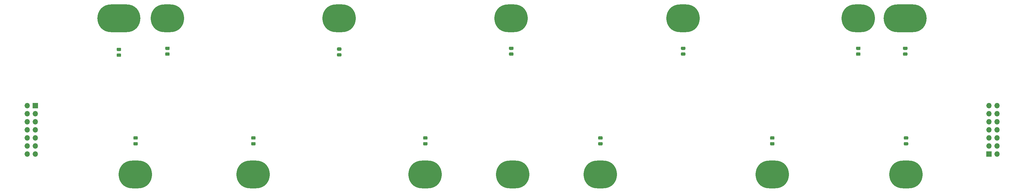
<source format=gbr>
%TF.GenerationSoftware,KiCad,Pcbnew,(5.1.9-0-10_14)*%
%TF.CreationDate,2022-08-31T22:56:09-04:00*%
%TF.ProjectId,47AhFoMoCo,34374168-466f-44d6-9f43-6f2e6b696361,rev?*%
%TF.SameCoordinates,Original*%
%TF.FileFunction,Soldermask,Bot*%
%TF.FilePolarity,Negative*%
%FSLAX46Y46*%
G04 Gerber Fmt 4.6, Leading zero omitted, Abs format (unit mm)*
G04 Created by KiCad (PCBNEW (5.1.9-0-10_14)) date 2022-08-31 22:56:09*
%MOMM*%
%LPD*%
G01*
G04 APERTURE LIST*
%ADD10R,1.700000X1.700000*%
%ADD11O,1.700000X1.700000*%
%ADD12O,10.500000X8.750000*%
%ADD13O,13.500000X8.750000*%
G04 APERTURE END LIST*
%TO.C,R2*%
G36*
G01*
X75299998Y-120900000D02*
X76200002Y-120900000D01*
G75*
G02*
X76450000Y-121149998I0J-249998D01*
G01*
X76450000Y-121675002D01*
G75*
G02*
X76200002Y-121925000I-249998J0D01*
G01*
X75299998Y-121925000D01*
G75*
G02*
X75050000Y-121675002I0J249998D01*
G01*
X75050000Y-121149998D01*
G75*
G02*
X75299998Y-120900000I249998J0D01*
G01*
G37*
G36*
G01*
X75299998Y-119075000D02*
X76200002Y-119075000D01*
G75*
G02*
X76450000Y-119324998I0J-249998D01*
G01*
X76450000Y-119850002D01*
G75*
G02*
X76200002Y-120100000I-249998J0D01*
G01*
X75299998Y-120100000D01*
G75*
G02*
X75050000Y-119850002I0J249998D01*
G01*
X75050000Y-119324998D01*
G75*
G02*
X75299998Y-119075000I249998J0D01*
G01*
G37*
%TD*%
%TO.C,R1*%
G36*
G01*
X70950002Y-94012500D02*
X70049998Y-94012500D01*
G75*
G02*
X69800000Y-93762502I0J249998D01*
G01*
X69800000Y-93237498D01*
G75*
G02*
X70049998Y-92987500I249998J0D01*
G01*
X70950002Y-92987500D01*
G75*
G02*
X71200000Y-93237498I0J-249998D01*
G01*
X71200000Y-93762502D01*
G75*
G02*
X70950002Y-94012500I-249998J0D01*
G01*
G37*
G36*
G01*
X70950002Y-92187500D02*
X70049998Y-92187500D01*
G75*
G02*
X69800000Y-91937502I0J249998D01*
G01*
X69800000Y-91412498D01*
G75*
G02*
X70049998Y-91162500I249998J0D01*
G01*
X70950002Y-91162500D01*
G75*
G02*
X71200000Y-91412498I0J-249998D01*
G01*
X71200000Y-91937502D01*
G75*
G02*
X70950002Y-92187500I-249998J0D01*
G01*
G37*
%TD*%
%TO.C,R3*%
G36*
G01*
X86200002Y-93675000D02*
X85299998Y-93675000D01*
G75*
G02*
X85050000Y-93425002I0J249998D01*
G01*
X85050000Y-92899998D01*
G75*
G02*
X85299998Y-92650000I249998J0D01*
G01*
X86200002Y-92650000D01*
G75*
G02*
X86450000Y-92899998I0J-249998D01*
G01*
X86450000Y-93425002D01*
G75*
G02*
X86200002Y-93675000I-249998J0D01*
G01*
G37*
G36*
G01*
X86200002Y-91850000D02*
X85299998Y-91850000D01*
G75*
G02*
X85050000Y-91600002I0J249998D01*
G01*
X85050000Y-91074998D01*
G75*
G02*
X85299998Y-90825000I249998J0D01*
G01*
X86200002Y-90825000D01*
G75*
G02*
X86450000Y-91074998I0J-249998D01*
G01*
X86450000Y-91600002D01*
G75*
G02*
X86200002Y-91850000I-249998J0D01*
G01*
G37*
%TD*%
%TO.C,R4*%
G36*
G01*
X112299998Y-120900000D02*
X113200002Y-120900000D01*
G75*
G02*
X113450000Y-121149998I0J-249998D01*
G01*
X113450000Y-121675002D01*
G75*
G02*
X113200002Y-121925000I-249998J0D01*
G01*
X112299998Y-121925000D01*
G75*
G02*
X112050000Y-121675002I0J249998D01*
G01*
X112050000Y-121149998D01*
G75*
G02*
X112299998Y-120900000I249998J0D01*
G01*
G37*
G36*
G01*
X112299998Y-119075000D02*
X113200002Y-119075000D01*
G75*
G02*
X113450000Y-119324998I0J-249998D01*
G01*
X113450000Y-119850002D01*
G75*
G02*
X113200002Y-120100000I-249998J0D01*
G01*
X112299998Y-120100000D01*
G75*
G02*
X112050000Y-119850002I0J249998D01*
G01*
X112050000Y-119324998D01*
G75*
G02*
X112299998Y-119075000I249998J0D01*
G01*
G37*
%TD*%
%TO.C,R5*%
G36*
G01*
X140162502Y-93925000D02*
X139262498Y-93925000D01*
G75*
G02*
X139012500Y-93675002I0J249998D01*
G01*
X139012500Y-93149998D01*
G75*
G02*
X139262498Y-92900000I249998J0D01*
G01*
X140162502Y-92900000D01*
G75*
G02*
X140412500Y-93149998I0J-249998D01*
G01*
X140412500Y-93675002D01*
G75*
G02*
X140162502Y-93925000I-249998J0D01*
G01*
G37*
G36*
G01*
X140162502Y-92100000D02*
X139262498Y-92100000D01*
G75*
G02*
X139012500Y-91850002I0J249998D01*
G01*
X139012500Y-91324998D01*
G75*
G02*
X139262498Y-91075000I249998J0D01*
G01*
X140162502Y-91075000D01*
G75*
G02*
X140412500Y-91324998I0J-249998D01*
G01*
X140412500Y-91850002D01*
G75*
G02*
X140162502Y-92100000I-249998J0D01*
G01*
G37*
%TD*%
%TO.C,R6*%
G36*
G01*
X166299998Y-120900000D02*
X167200002Y-120900000D01*
G75*
G02*
X167450000Y-121149998I0J-249998D01*
G01*
X167450000Y-121675002D01*
G75*
G02*
X167200002Y-121925000I-249998J0D01*
G01*
X166299998Y-121925000D01*
G75*
G02*
X166050000Y-121675002I0J249998D01*
G01*
X166050000Y-121149998D01*
G75*
G02*
X166299998Y-120900000I249998J0D01*
G01*
G37*
G36*
G01*
X166299998Y-119075000D02*
X167200002Y-119075000D01*
G75*
G02*
X167450000Y-119324998I0J-249998D01*
G01*
X167450000Y-119850002D01*
G75*
G02*
X167200002Y-120100000I-249998J0D01*
G01*
X166299998Y-120100000D01*
G75*
G02*
X166050000Y-119850002I0J249998D01*
G01*
X166050000Y-119324998D01*
G75*
G02*
X166299998Y-119075000I249998J0D01*
G01*
G37*
%TD*%
%TO.C,R7*%
G36*
G01*
X194200002Y-93675000D02*
X193299998Y-93675000D01*
G75*
G02*
X193050000Y-93425002I0J249998D01*
G01*
X193050000Y-92899998D01*
G75*
G02*
X193299998Y-92650000I249998J0D01*
G01*
X194200002Y-92650000D01*
G75*
G02*
X194450000Y-92899998I0J-249998D01*
G01*
X194450000Y-93425002D01*
G75*
G02*
X194200002Y-93675000I-249998J0D01*
G01*
G37*
G36*
G01*
X194200002Y-91850000D02*
X193299998Y-91850000D01*
G75*
G02*
X193050000Y-91600002I0J249998D01*
G01*
X193050000Y-91074998D01*
G75*
G02*
X193299998Y-90825000I249998J0D01*
G01*
X194200002Y-90825000D01*
G75*
G02*
X194450000Y-91074998I0J-249998D01*
G01*
X194450000Y-91600002D01*
G75*
G02*
X194200002Y-91850000I-249998J0D01*
G01*
G37*
%TD*%
D10*
%TO.C,J13*%
X343790000Y-124630000D03*
D11*
X346330000Y-124630000D03*
X343790000Y-122090000D03*
X346330000Y-122090000D03*
X343790000Y-119550000D03*
X346330000Y-119550000D03*
X343790000Y-117010000D03*
X346330000Y-117010000D03*
X343790000Y-114470000D03*
X346330000Y-114470000D03*
X343790000Y-111930000D03*
X346330000Y-111930000D03*
X343790000Y-109390000D03*
X346330000Y-109390000D03*
%TD*%
%TO.C,J14*%
X41670000Y-124630000D03*
X44210000Y-124630000D03*
X41670000Y-122090000D03*
X44210000Y-122090000D03*
X41670000Y-119550000D03*
X44210000Y-119550000D03*
X41670000Y-117010000D03*
X44210000Y-117010000D03*
X41670000Y-114470000D03*
X44210000Y-114470000D03*
X41670000Y-111930000D03*
X44210000Y-111930000D03*
X41670000Y-109390000D03*
D10*
X44210000Y-109390000D03*
%TD*%
D12*
%TO.C,J10p1*%
X302700000Y-81900000D03*
%TD*%
%TO.C,J11p1*%
X317700000Y-131100000D03*
%TD*%
D13*
%TO.C,J12p1*%
X317500000Y-81900000D03*
%TD*%
%TO.C,J1n1*%
X70500000Y-81900000D03*
%TD*%
D12*
%TO.C,J1p1*%
X75700000Y-131100000D03*
%TD*%
%TO.C,J2p1*%
X85700000Y-81900000D03*
%TD*%
%TO.C,J3p1*%
X112700000Y-131100000D03*
%TD*%
%TO.C,J4p1*%
X139700000Y-81900000D03*
%TD*%
%TO.C,J5p1*%
X166700000Y-131100000D03*
%TD*%
%TO.C,J6p1*%
X193700000Y-81900000D03*
%TD*%
%TO.C,J7p1*%
X221700000Y-131100000D03*
%TD*%
%TO.C,J8p1*%
X247700000Y-81900000D03*
%TD*%
%TO.C,J9p1*%
X275700000Y-131100000D03*
%TD*%
%TO.C,R8*%
G36*
G01*
X221299998Y-120900000D02*
X222200002Y-120900000D01*
G75*
G02*
X222450000Y-121149998I0J-249998D01*
G01*
X222450000Y-121675002D01*
G75*
G02*
X222200002Y-121925000I-249998J0D01*
G01*
X221299998Y-121925000D01*
G75*
G02*
X221050000Y-121675002I0J249998D01*
G01*
X221050000Y-121149998D01*
G75*
G02*
X221299998Y-120900000I249998J0D01*
G01*
G37*
G36*
G01*
X221299998Y-119075000D02*
X222200002Y-119075000D01*
G75*
G02*
X222450000Y-119324998I0J-249998D01*
G01*
X222450000Y-119850002D01*
G75*
G02*
X222200002Y-120100000I-249998J0D01*
G01*
X221299998Y-120100000D01*
G75*
G02*
X221050000Y-119850002I0J249998D01*
G01*
X221050000Y-119324998D01*
G75*
G02*
X221299998Y-119075000I249998J0D01*
G01*
G37*
%TD*%
%TO.C,R9*%
G36*
G01*
X248200002Y-93675000D02*
X247299998Y-93675000D01*
G75*
G02*
X247050000Y-93425002I0J249998D01*
G01*
X247050000Y-92899998D01*
G75*
G02*
X247299998Y-92650000I249998J0D01*
G01*
X248200002Y-92650000D01*
G75*
G02*
X248450000Y-92899998I0J-249998D01*
G01*
X248450000Y-93425002D01*
G75*
G02*
X248200002Y-93675000I-249998J0D01*
G01*
G37*
G36*
G01*
X248200002Y-91850000D02*
X247299998Y-91850000D01*
G75*
G02*
X247050000Y-91600002I0J249998D01*
G01*
X247050000Y-91074998D01*
G75*
G02*
X247299998Y-90825000I249998J0D01*
G01*
X248200002Y-90825000D01*
G75*
G02*
X248450000Y-91074998I0J-249998D01*
G01*
X248450000Y-91600002D01*
G75*
G02*
X248200002Y-91850000I-249998J0D01*
G01*
G37*
%TD*%
%TO.C,R10*%
G36*
G01*
X275299998Y-120900000D02*
X276200002Y-120900000D01*
G75*
G02*
X276450000Y-121149998I0J-249998D01*
G01*
X276450000Y-121675002D01*
G75*
G02*
X276200002Y-121925000I-249998J0D01*
G01*
X275299998Y-121925000D01*
G75*
G02*
X275050000Y-121675002I0J249998D01*
G01*
X275050000Y-121149998D01*
G75*
G02*
X275299998Y-120900000I249998J0D01*
G01*
G37*
G36*
G01*
X275299998Y-119075000D02*
X276200002Y-119075000D01*
G75*
G02*
X276450000Y-119324998I0J-249998D01*
G01*
X276450000Y-119850002D01*
G75*
G02*
X276200002Y-120100000I-249998J0D01*
G01*
X275299998Y-120100000D01*
G75*
G02*
X275050000Y-119850002I0J249998D01*
G01*
X275050000Y-119324998D01*
G75*
G02*
X275299998Y-119075000I249998J0D01*
G01*
G37*
%TD*%
%TO.C,R11*%
G36*
G01*
X303200002Y-93675000D02*
X302299998Y-93675000D01*
G75*
G02*
X302050000Y-93425002I0J249998D01*
G01*
X302050000Y-92899998D01*
G75*
G02*
X302299998Y-92650000I249998J0D01*
G01*
X303200002Y-92650000D01*
G75*
G02*
X303450000Y-92899998I0J-249998D01*
G01*
X303450000Y-93425002D01*
G75*
G02*
X303200002Y-93675000I-249998J0D01*
G01*
G37*
G36*
G01*
X303200002Y-91850000D02*
X302299998Y-91850000D01*
G75*
G02*
X302050000Y-91600002I0J249998D01*
G01*
X302050000Y-91074998D01*
G75*
G02*
X302299998Y-90825000I249998J0D01*
G01*
X303200002Y-90825000D01*
G75*
G02*
X303450000Y-91074998I0J-249998D01*
G01*
X303450000Y-91600002D01*
G75*
G02*
X303200002Y-91850000I-249998J0D01*
G01*
G37*
%TD*%
%TO.C,R12*%
G36*
G01*
X317299998Y-120900000D02*
X318200002Y-120900000D01*
G75*
G02*
X318450000Y-121149998I0J-249998D01*
G01*
X318450000Y-121675002D01*
G75*
G02*
X318200002Y-121925000I-249998J0D01*
G01*
X317299998Y-121925000D01*
G75*
G02*
X317050000Y-121675002I0J249998D01*
G01*
X317050000Y-121149998D01*
G75*
G02*
X317299998Y-120900000I249998J0D01*
G01*
G37*
G36*
G01*
X317299998Y-119075000D02*
X318200002Y-119075000D01*
G75*
G02*
X318450000Y-119324998I0J-249998D01*
G01*
X318450000Y-119850002D01*
G75*
G02*
X318200002Y-120100000I-249998J0D01*
G01*
X317299998Y-120100000D01*
G75*
G02*
X317050000Y-119850002I0J249998D01*
G01*
X317050000Y-119324998D01*
G75*
G02*
X317299998Y-119075000I249998J0D01*
G01*
G37*
%TD*%
%TO.C,R13*%
G36*
G01*
X317950002Y-93675000D02*
X317049998Y-93675000D01*
G75*
G02*
X316800000Y-93425002I0J249998D01*
G01*
X316800000Y-92899998D01*
G75*
G02*
X317049998Y-92650000I249998J0D01*
G01*
X317950002Y-92650000D01*
G75*
G02*
X318200000Y-92899998I0J-249998D01*
G01*
X318200000Y-93425002D01*
G75*
G02*
X317950002Y-93675000I-249998J0D01*
G01*
G37*
G36*
G01*
X317950002Y-91850000D02*
X317049998Y-91850000D01*
G75*
G02*
X316800000Y-91600002I0J249998D01*
G01*
X316800000Y-91074998D01*
G75*
G02*
X317049998Y-90825000I249998J0D01*
G01*
X317950002Y-90825000D01*
G75*
G02*
X318200000Y-91074998I0J-249998D01*
G01*
X318200000Y-91600002D01*
G75*
G02*
X317950002Y-91850000I-249998J0D01*
G01*
G37*
%TD*%
%TO.C,J_MECH_1*%
X194200000Y-131100000D03*
%TD*%
M02*

</source>
